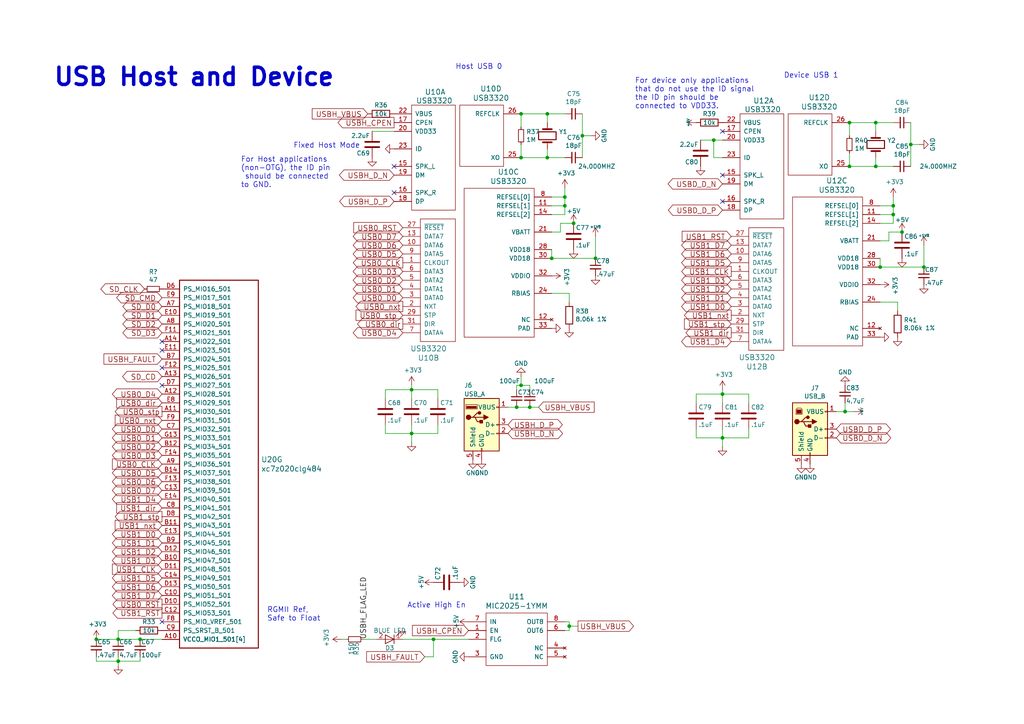
<source format=kicad_sch>
(kicad_sch (version 20230121) (generator eeschema)
  (paper "A4")
  (junction (at 245.11 119.38))
  (junction (at 34.29 191.77))
  (junction (at 119.38 125.73))
  (junction (at 40.64 185.42))
  (junction (at 254 35.56))
  (junction (at 151.13 111.76))
  (junction (at 168.91 39.37))
  (junction (at 259.08 62.23))
  (junction (at 149.86 118.11))
  (junction (at 255.27 77.47))
  (junction (at 119.38 113.03))
  (junction (at 254 48.26))
  (junction (at 246.38 35.56))
  (junction (at 151.13 33.02))
  (junction (at 125.73 185.42))
  (junction (at 261.62 67.31))
  (junction (at 264.16 41.91))
  (junction (at 34.29 185.42))
  (junction (at 209.55 127))
  (junction (at 246.38 48.26))
  (junction (at 259.08 59.69))
  (junction (at 163.83 57.15))
  (junction (at 27.94 185.42))
  (junction (at 207.01 40.64))
  (junction (at 209.55 114.3))
  (junction (at 158.75 33.02))
  (junction (at 165.1 181.61))
  (junction (at 166.37 64.77))
  (junction (at 163.83 59.69))
  (junction (at 172.72 74.93))
  (junction (at 160.02 74.93))
  (junction (at 158.75 45.72))
  (junction (at 267.97 77.47))
  (junction (at 151.13 45.72))
  (junction (at 153.67 118.11))
  (no_connect (at 46.99 111.76))
  (no_connect (at 46.99 101.6))
  (no_connect (at 209.55 38.1))
  (no_connect (at 46.99 180.34))
  (no_connect (at 46.99 99.06))
  (no_connect (at 209.55 50.8))
  (no_connect (at 46.99 106.68))
  (no_connect (at 209.55 58.42))
  (no_connect (at 114.3 55.88))
  (no_connect (at 114.3 48.26))
  (wire (pts (xy 255.27 87.63) (xy 260.35 87.63)))
  (wire (pts (xy 259.08 59.69) (xy 259.08 62.23)))
  (wire (pts (xy 40.64 191.77) (xy 40.64 190.5)))
  (wire (pts (xy 246.38 39.37) (xy 246.38 35.56)))
  (wire (pts (xy 125.73 185.42) (xy 116.84 185.42)))
  (wire (pts (xy 127 115.57) (xy 127 113.03)))
  (wire (pts (xy 254 35.56) (xy 254 38.1)))
  (wire (pts (xy 260.35 87.63) (xy 260.35 90.17)))
  (wire (pts (xy 267.97 71.12) (xy 267.97 77.47)))
  (wire (pts (xy 207.01 45.72) (xy 207.01 40.64)))
  (wire (pts (xy 27.94 191.77) (xy 34.29 191.77)))
  (wire (pts (xy 165.1 85.09) (xy 165.1 87.63)))
  (wire (pts (xy 163.83 182.88) (xy 165.1 182.88)))
  (wire (pts (xy 149.86 111.76) (xy 149.86 113.03)))
  (wire (pts (xy 201.93 124.46) (xy 201.93 127)))
  (wire (pts (xy 100.33 185.42) (xy 99.06 185.42)))
  (wire (pts (xy 264.16 35.56) (xy 264.16 41.91)))
  (wire (pts (xy 34.29 185.42) (xy 40.64 185.42)))
  (wire (pts (xy 209.55 129.54) (xy 209.55 127)))
  (wire (pts (xy 160.02 59.69) (xy 163.83 59.69)))
  (wire (pts (xy 209.55 40.64) (xy 207.01 40.64)))
  (wire (pts (xy 151.13 36.83) (xy 151.13 33.02)))
  (wire (pts (xy 201.93 114.3) (xy 209.55 114.3)))
  (wire (pts (xy 255.27 59.69) (xy 259.08 59.69)))
  (wire (pts (xy 207.01 40.64) (xy 203.2 40.64)))
  (wire (pts (xy 259.08 48.26) (xy 254 48.26)))
  (wire (pts (xy 153.67 111.76) (xy 153.67 113.03)))
  (wire (pts (xy 217.17 116.84) (xy 217.17 114.3)))
  (wire (pts (xy 151.13 109.22) (xy 151.13 111.76)))
  (wire (pts (xy 163.83 45.72) (xy 158.75 45.72)))
  (wire (pts (xy 114.3 38.1) (xy 107.95 38.1)))
  (wire (pts (xy 46.99 185.42) (xy 40.64 185.42)))
  (wire (pts (xy 264.16 41.91) (xy 266.7 41.91)))
  (wire (pts (xy 255.27 69.85) (xy 257.81 69.85)))
  (wire (pts (xy 125.73 190.5) (xy 125.73 185.42)))
  (wire (pts (xy 135.89 185.42) (xy 125.73 185.42)))
  (wire (pts (xy 209.55 127) (xy 217.17 127)))
  (wire (pts (xy 163.83 59.69) (xy 163.83 62.23)))
  (wire (pts (xy 158.75 33.02) (xy 158.75 35.56)))
  (wire (pts (xy 39.37 182.88) (xy 34.29 182.88)))
  (wire (pts (xy 160.02 85.09) (xy 165.1 85.09)))
  (wire (pts (xy 209.55 45.72) (xy 207.01 45.72)))
  (wire (pts (xy 119.38 128.27) (xy 119.38 125.73)))
  (wire (pts (xy 201.93 127) (xy 209.55 127)))
  (wire (pts (xy 160.02 72.39) (xy 160.02 74.93)))
  (wire (pts (xy 245.11 119.38) (xy 247.65 119.38)))
  (wire (pts (xy 254 48.26) (xy 254 45.72)))
  (wire (pts (xy 111.76 125.73) (xy 119.38 125.73)))
  (wire (pts (xy 160.02 57.15) (xy 163.83 57.15)))
  (wire (pts (xy 34.29 182.88) (xy 34.29 185.42)))
  (wire (pts (xy 168.91 39.37) (xy 168.91 45.72)))
  (wire (pts (xy 27.94 190.5) (xy 27.94 191.77)))
  (wire (pts (xy 163.83 62.23) (xy 160.02 62.23)))
  (wire (pts (xy 162.56 64.77) (xy 166.37 64.77)))
  (wire (pts (xy 123.19 190.5) (xy 125.73 190.5)))
  (wire (pts (xy 165.1 180.34) (xy 165.1 181.61)))
  (wire (pts (xy 255.27 77.47) (xy 267.97 77.47)))
  (wire (pts (xy 149.86 118.11) (xy 153.67 118.11)))
  (wire (pts (xy 163.83 54.61) (xy 163.83 57.15)))
  (wire (pts (xy 105.41 185.42) (xy 109.22 185.42)))
  (wire (pts (xy 242.57 119.38) (xy 245.11 119.38)))
  (wire (pts (xy 209.55 114.3) (xy 209.55 116.84)))
  (wire (pts (xy 34.29 191.77) (xy 40.64 191.77)))
  (wire (pts (xy 246.38 48.26) (xy 254 48.26)))
  (wire (pts (xy 245.11 116.84) (xy 245.11 119.38)))
  (wire (pts (xy 168.91 39.37) (xy 171.45 39.37)))
  (wire (pts (xy 158.75 45.72) (xy 158.75 43.18)))
  (wire (pts (xy 119.38 123.19) (xy 119.38 125.73)))
  (wire (pts (xy 160.02 74.93) (xy 172.72 74.93)))
  (wire (pts (xy 172.72 68.58) (xy 172.72 74.93)))
  (wire (pts (xy 254 35.56) (xy 259.08 35.56)))
  (wire (pts (xy 34.29 191.77) (xy 34.29 190.5)))
  (wire (pts (xy 27.94 185.42) (xy 34.29 185.42)))
  (wire (pts (xy 147.32 118.11) (xy 149.86 118.11)))
  (wire (pts (xy 149.86 111.76) (xy 151.13 111.76)))
  (wire (pts (xy 163.83 57.15) (xy 163.83 59.69)))
  (wire (pts (xy 246.38 44.45) (xy 246.38 48.26)))
  (wire (pts (xy 259.08 62.23) (xy 259.08 64.77)))
  (wire (pts (xy 151.13 41.91) (xy 151.13 45.72)))
  (wire (pts (xy 257.81 69.85) (xy 257.81 67.31)))
  (wire (pts (xy 259.08 57.15) (xy 259.08 59.69)))
  (wire (pts (xy 209.55 113.03) (xy 209.55 114.3)))
  (wire (pts (xy 165.1 181.61) (xy 167.64 181.61)))
  (wire (pts (xy 151.13 111.76) (xy 153.67 111.76)))
  (wire (pts (xy 209.55 114.3) (xy 217.17 114.3)))
  (wire (pts (xy 153.67 118.11) (xy 156.21 118.11)))
  (wire (pts (xy 165.1 180.34) (xy 163.83 180.34)))
  (wire (pts (xy 257.81 67.31) (xy 261.62 67.31)))
  (wire (pts (xy 255.27 74.93) (xy 255.27 77.47)))
  (wire (pts (xy 160.02 67.31) (xy 162.56 67.31)))
  (wire (pts (xy 209.55 124.46) (xy 209.55 127)))
  (wire (pts (xy 259.08 64.77) (xy 255.27 64.77)))
  (wire (pts (xy 255.27 62.23) (xy 259.08 62.23)))
  (wire (pts (xy 246.38 35.56) (xy 254 35.56)))
  (wire (pts (xy 151.13 33.02) (xy 158.75 33.02)))
  (wire (pts (xy 127 125.73) (xy 127 123.19)))
  (wire (pts (xy 168.91 33.02) (xy 168.91 39.37)))
  (wire (pts (xy 201.93 116.84) (xy 201.93 114.3)))
  (wire (pts (xy 119.38 113.03) (xy 119.38 115.57)))
  (wire (pts (xy 111.76 113.03) (xy 119.38 113.03)))
  (wire (pts (xy 119.38 111.76) (xy 119.38 113.03)))
  (wire (pts (xy 264.16 41.91) (xy 264.16 48.26)))
  (wire (pts (xy 34.29 191.77) (xy 34.29 193.04)))
  (wire (pts (xy 162.56 67.31) (xy 162.56 64.77)))
  (wire (pts (xy 111.76 115.57) (xy 111.76 113.03)))
  (wire (pts (xy 217.17 127) (xy 217.17 124.46)))
  (wire (pts (xy 111.76 123.19) (xy 111.76 125.73)))
  (wire (pts (xy 119.38 125.73) (xy 127 125.73)))
  (wire (pts (xy 151.13 45.72) (xy 158.75 45.72)))
  (wire (pts (xy 165.1 182.88) (xy 165.1 181.61)))
  (wire (pts (xy 119.38 113.03) (xy 127 113.03)))
  (wire (pts (xy 158.75 33.02) (xy 163.83 33.02)))
  (text "For Host applications \n(non-OTG), the ID pin\n should be connected \nto GND." (at 69.85 54.61 0) (effects (font (size 1.524 1.524)) (justify left bottom)))
  (text "Fixed Host Mode" (at 85.09 43.18 0) (effects (font (size 1.524 1.524)) (justify left bottom)))
  (text "RGMII Ref, \nSafe to Float" (at 77.47 180.34 0) (effects (font (size 1.524 1.524)) (justify left bottom)))
  (text "Device USB 1" (at 227.33 22.86 0) (effects (font (size 1.524 1.524)) (justify left bottom)))
  (text "USB Host and Device" (at 15.24 25.4 0) (effects (font (size 5.0038 5.0038) (thickness 1.0008) bold) (justify left bottom)))
  (text "Host USB 0" (at 132.08 20.32 0) (effects (font (size 1.524 1.524)) (justify left bottom)))
  (text "Active High En" (at 118.11 176.53 0) (effects (font (size 1.524 1.524)) (justify left bottom)))
  (text "For device only applications\nthat do not use the ID signal\nthe ID pin should be \nconnected to VDD33." (at 184.15 31.75 0) (effects (font (size 1.524 1.524)) (justify left bottom)))
  (label "USBH_FLAG_LED" (at 106.68 185.42 90) (effects (font (size 1.524 1.524))))
  (global_label "USBH_VBUS" (shape output) (at 167.64 181.61 0) (effects (font (size 1.524 1.524))) (property "Intersheetrefs" "${INTERSHEET_REFS}" (effects hide)))
  (global_label "USB1_D0" (shape bidirectional) (at 212.09 88.9 180) (effects (font (size 1.524 1.524))) (property "Intersheetrefs" "${INTERSHEET_REFS}" (effects hide)))
  (global_label "USB1_D1" (shape bidirectional) (at 46.99 157.48 180) (effects (font (size 1.524 1.524))) (property "Intersheetrefs" "${INTERSHEET_REFS}" (effects hide)))
  (global_label "USB1_D4" (shape bidirectional) (at 46.99 144.78 180) (effects (font (size 1.524 1.524))) (property "Intersheetrefs" "${INTERSHEET_REFS}" (effects hide)))
  (global_label "USB0_D6" (shape bidirectional) (at 116.84 71.12 180) (effects (font (size 1.524 1.524))) (property "Intersheetrefs" "${INTERSHEET_REFS}" (effects hide)))
  (global_label "USB0_D0" (shape bidirectional) (at 46.99 124.46 180) (effects (font (size 1.524 1.524))) (property "Intersheetrefs" "${INTERSHEET_REFS}" (effects hide)))
  (global_label "SD_D1" (shape bidirectional) (at 46.99 91.44 180) (effects (font (size 1.524 1.524))) (property "Intersheetrefs" "${INTERSHEET_REFS}" (effects hide)))
  (global_label "USBH_D_N" (shape bidirectional) (at 147.32 125.73 0) (effects (font (size 1.524 1.524))) (property "Intersheetrefs" "${INTERSHEET_REFS}" (effects hide)))
  (global_label "USBD_D_P" (shape bidirectional) (at 242.57 124.46 0) (effects (font (size 1.524 1.524))) (property "Intersheetrefs" "${INTERSHEET_REFS}" (effects hide)))
  (global_label "USBH_VBUS" (shape input) (at 156.21 118.11 0) (effects (font (size 1.524 1.524))) (property "Intersheetrefs" "${INTERSHEET_REFS}" (effects hide)))
  (global_label "USBH_FAULT" (shape input) (at 123.19 190.5 180) (effects (font (size 1.524 1.524))) (property "Intersheetrefs" "${INTERSHEET_REFS}" (effects hide)))
  (global_label "USB0_D3" (shape bidirectional) (at 46.99 132.08 180) (effects (font (size 1.524 1.524))) (property "Intersheetrefs" "${INTERSHEET_REFS}" (effects hide)))
  (global_label "USB1_RST" (shape input) (at 212.09 68.58 180) (effects (font (size 1.524 1.524))) (property "Intersheetrefs" "${INTERSHEET_REFS}" (effects hide)))
  (global_label "USB0_D4" (shape bidirectional) (at 46.99 114.3 180) (effects (font (size 1.524 1.524))) (property "Intersheetrefs" "${INTERSHEET_REFS}" (effects hide)))
  (global_label "USB1_stp" (shape output) (at 46.99 149.86 180) (effects (font (size 1.524 1.524))) (property "Intersheetrefs" "${INTERSHEET_REFS}" (effects hide)))
  (global_label "USB1_D2" (shape bidirectional) (at 212.09 83.82 180) (effects (font (size 1.524 1.524))) (property "Intersheetrefs" "${INTERSHEET_REFS}" (effects hide)))
  (global_label "USB0_stp" (shape input) (at 116.84 91.44 180) (effects (font (size 1.524 1.524))) (property "Intersheetrefs" "${INTERSHEET_REFS}" (effects hide)))
  (global_label "USB1_D3" (shape bidirectional) (at 212.09 81.28 180) (effects (font (size 1.524 1.524))) (property "Intersheetrefs" "${INTERSHEET_REFS}" (effects hide)))
  (global_label "USB0_D1" (shape bidirectional) (at 46.99 127 180) (effects (font (size 1.524 1.524))) (property "Intersheetrefs" "${INTERSHEET_REFS}" (effects hide)))
  (global_label "USB0_D4" (shape bidirectional) (at 116.84 96.52 180) (effects (font (size 1.524 1.524))) (property "Intersheetrefs" "${INTERSHEET_REFS}" (effects hide)))
  (global_label "USB0_D0" (shape bidirectional) (at 116.84 86.36 180) (effects (font (size 1.524 1.524))) (property "Intersheetrefs" "${INTERSHEET_REFS}" (effects hide)))
  (global_label "USBH_D_P" (shape bidirectional) (at 114.3 58.42 180) (effects (font (size 1.524 1.524))) (property "Intersheetrefs" "${INTERSHEET_REFS}" (effects hide)))
  (global_label "USBD_D_N" (shape bidirectional) (at 209.55 53.34 180) (effects (font (size 1.524 1.524))) (property "Intersheetrefs" "${INTERSHEET_REFS}" (effects hide)))
  (global_label "USB0_dir" (shape input) (at 46.99 116.84 180) (effects (font (size 1.524 1.524))) (property "Intersheetrefs" "${INTERSHEET_REFS}" (effects hide)))
  (global_label "USB1_D2" (shape bidirectional) (at 46.99 160.02 180) (effects (font (size 1.524 1.524))) (property "Intersheetrefs" "${INTERSHEET_REFS}" (effects hide)))
  (global_label "USB1_dir" (shape output) (at 212.09 96.52 180) (effects (font (size 1.524 1.524))) (property "Intersheetrefs" "${INTERSHEET_REFS}" (effects hide)))
  (global_label "USBH_VBUS" (shape input) (at 106.68 33.02 180) (effects (font (size 1.524 1.524))) (property "Intersheetrefs" "${INTERSHEET_REFS}" (effects hide)))
  (global_label "USB0_D5" (shape bidirectional) (at 116.84 73.66 180) (effects (font (size 1.524 1.524))) (property "Intersheetrefs" "${INTERSHEET_REFS}" (effects hide)))
  (global_label "USB1_dir" (shape input) (at 46.99 147.32 180) (effects (font (size 1.524 1.524))) (property "Intersheetrefs" "${INTERSHEET_REFS}" (effects hide)))
  (global_label "USBD_D_N" (shape bidirectional) (at 242.57 127 0) (effects (font (size 1.524 1.524))) (property "Intersheetrefs" "${INTERSHEET_REFS}" (effects hide)))
  (global_label "USB1_D7" (shape bidirectional) (at 212.09 71.12 180) (effects (font (size 1.524 1.524))) (property "Intersheetrefs" "${INTERSHEET_REFS}" (effects hide)))
  (global_label "USB1_D5" (shape bidirectional) (at 46.99 167.64 180) (effects (font (size 1.524 1.524))) (property "Intersheetrefs" "${INTERSHEET_REFS}" (effects hide)))
  (global_label "USB0_D2" (shape bidirectional) (at 46.99 129.54 180) (effects (font (size 1.524 1.524))) (property "Intersheetrefs" "${INTERSHEET_REFS}" (effects hide)))
  (global_label "USB0_D3" (shape bidirectional) (at 116.84 78.74 180) (effects (font (size 1.524 1.524))) (property "Intersheetrefs" "${INTERSHEET_REFS}" (effects hide)))
  (global_label "USB0_stp" (shape output) (at 46.99 119.38 180) (effects (font (size 1.524 1.524))) (property "Intersheetrefs" "${INTERSHEET_REFS}" (effects hide)))
  (global_label "USB0_D6" (shape bidirectional) (at 46.99 139.7 180) (effects (font (size 1.524 1.524))) (property "Intersheetrefs" "${INTERSHEET_REFS}" (effects hide)))
  (global_label "USB0_nxt" (shape input) (at 46.99 121.92 180) (effects (font (size 1.524 1.524))) (property "Intersheetrefs" "${INTERSHEET_REFS}" (effects hide)))
  (global_label "USBH_CPEN" (shape output) (at 114.3 35.56 180) (effects (font (size 1.524 1.524))) (property "Intersheetrefs" "${INTERSHEET_REFS}" (effects hide)))
  (global_label "USB1_D0" (shape bidirectional) (at 46.99 154.94 180) (effects (font (size 1.524 1.524))) (property "Intersheetrefs" "${INTERSHEET_REFS}" (effects hide)))
  (global_label "USB0_CLK" (shape output) (at 116.84 76.2 180) (effects (font (size 1.524 1.524))) (property "Intersheetrefs" "${INTERSHEET_REFS}" (effects hide)))
  (global_label "USB0_RST" (shape output) (at 46.99 175.26 180) (effects (font (size 1.524 1.524))) (property "Intersheetrefs" "${INTERSHEET_REFS}" (effects hide)))
  (global_label "USB0_D2" (shape bidirectional) (at 116.84 81.28 180) (effects (font (size 1.524 1.524))) (property "Intersheetrefs" "${INTERSHEET_REFS}" (effects hide)))
  (global_label "USBH_D_N" (shape bidirectional) (at 114.3 50.8 180) (effects (font (size 1.524 1.524))) (property "Intersheetrefs" "${INTERSHEET_REFS}" (effects hide)))
  (global_label "USB0_dir" (shape output) (at 116.84 93.98 180) (effects (font (size 1.524 1.524))) (property "Intersheetrefs" "${INTERSHEET_REFS}" (effects hide)))
  (global_label "USB0_D5" (shape bidirectional) (at 46.99 137.16 180) (effects (font (size 1.524 1.524))) (property "Intersheetrefs" "${INTERSHEET_REFS}" (effects hide)))
  (global_label "USBH_D_P" (shape bidirectional) (at 147.32 123.19 0) (effects (font (size 1.524 1.524))) (property "Intersheetrefs" "${INTERSHEET_REFS}" (effects hide)))
  (global_label "USB0_nxt" (shape output) (at 116.84 88.9 180) (effects (font (size 1.524 1.524))) (property "Intersheetrefs" "${INTERSHEET_REFS}" (effects hide)))
  (global_label "USB1_D3" (shape bidirectional) (at 46.99 162.56 180) (effects (font (size 1.524 1.524))) (property "Intersheetrefs" "${INTERSHEET_REFS}" (effects hide)))
  (global_label "USB0_CLK" (shape input) (at 46.99 134.62 180) (effects (font (size 1.524 1.524))) (property "Intersheetrefs" "${INTERSHEET_REFS}" (effects hide)))
  (global_label "USB1_D1" (shape bidirectional) (at 212.09 86.36 180) (effects (font (size 1.524 1.524))) (property "Intersheetrefs" "${INTERSHEET_REFS}" (effects hide)))
  (global_label "SD_D2" (shape bidirectional) (at 46.99 93.98 180) (effects (font (size 1.524 1.524))) (property "Intersheetrefs" "${INTERSHEET_REFS}" (effects hide)))
  (global_label "USB0_D7" (shape bidirectional) (at 46.99 142.24 180) (effects (font (size 1.524 1.524))) (property "Intersheetrefs" "${INTERSHEET_REFS}" (effects hide)))
  (global_label "USB1_D6" (shape bidirectional) (at 46.99 170.18 180) (effects (font (size 1.524 1.524))) (property "Intersheetrefs" "${INTERSHEET_REFS}" (effects hide)))
  (global_label "SD_D3" (shape bidirectional) (at 46.99 96.52 180) (effects (font (size 1.524 1.524))) (property "Intersheetrefs" "${INTERSHEET_REFS}" (effects hide)))
  (global_label "SD_CMD" (shape bidirectional) (at 46.99 86.36 180) (effects (font (size 1.524 1.524))) (property "Intersheetrefs" "${INTERSHEET_REFS}" (effects hide)))
  (global_label "USB1_D6" (shape bidirectional) (at 212.09 73.66 180) (effects (font (size 1.524 1.524))) (property "Intersheetrefs" "${INTERSHEET_REFS}" (effects hide)))
  (global_label "USBH_CPEN" (shape input) (at 135.89 182.88 180) (effects (font (size 1.524 1.524))) (property "Intersheetrefs" "${INTERSHEET_REFS}" (effects hide)))
  (global_label "USB0_D7" (shape bidirectional) (at 116.84 68.58 180) (effects (font (size 1.524 1.524))) (property "Intersheetrefs" "${INTERSHEET_REFS}" (effects hide)))
  (global_label "USB0_D1" (shape bidirectional) (at 116.84 83.82 180) (effects (font (size 1.524 1.524))) (property "Intersheetrefs" "${INTERSHEET_REFS}" (effects hide)))
  (global_label "USB1_D4" (shape bidirectional) (at 212.09 99.06 180) (effects (font (size 1.524 1.524))) (property "Intersheetrefs" "${INTERSHEET_REFS}" (effects hide)))
  (global_label "USB1_nxt" (shape input) (at 46.99 152.4 180) (effects (font (size 1.524 1.524))) (property "Intersheetrefs" "${INTERSHEET_REFS}" (effects hide)))
  (global_label "USB1_D7" (shape bidirectional) (at 46.99 172.72 180) (effects (font (size 1.524 1.524))) (property "Intersheetrefs" "${INTERSHEET_REFS}" (effects hide)))
  (global_label "USB1_CLK" (shape output) (at 212.09 78.74 180) (effects (font (size 1.524 1.524))) (property "Intersheetrefs" "${INTERSHEET_REFS}" (effects hide)))
  (global_label "SD_CD" (shape bidirectional) (at 46.99 109.22 180) (effects (font (size 1.524 1.524))) (property "Intersheetrefs" "${INTERSHEET_REFS}" (effects hide)))
  (global_label "USB1_CLK" (shape input) (at 46.99 165.1 180) (effects (font (size 1.524 1.524))) (property "Intersheetrefs" "${INTERSHEET_REFS}" (effects hide)))
  (global_label "USB1_nxt" (shape output) (at 212.09 91.44 180) (effects (font (size 1.524 1.524))) (property "Intersheetrefs" "${INTERSHEET_REFS}" (effects hide)))
  (global_label "USBD_D_P" (shape bidirectional) (at 209.55 60.96 180) (effects (font (size 1.524 1.524))) (property "Intersheetrefs" "${INTERSHEET_REFS}" (effects hide)))
  (global_label "USB1_D5" (shape bidirectional) (at 212.09 76.2 180) (effects (font (size 1.524 1.524))) (property "Intersheetrefs" "${INTERSHEET_REFS}" (effects hide)))
  (global_label "USBH_FAULT" (shape input) (at 46.99 104.14 180) (effects (font (size 1.524 1.524))) (property "Intersheetrefs" "${INTERSHEET_REFS}" (effects hide)))
  (global_label "SD_D0" (shape bidirectional) (at 46.99 88.9 180) (effects (font (size 1.524 1.524))) (property "Intersheetrefs" "${INTERSHEET_REFS}" (effects hide)))
  (global_label "USB0_RST" (shape input) (at 116.84 66.04 180) (effects (font (size 1.524 1.524))) (property "Intersheetrefs" "${INTERSHEET_REFS}" (effects hide)))
  (global_label "USB1_RST" (shape output) (at 46.99 177.8 180) (effects (font (size 1.524 1.524))) (property "Intersheetrefs" "${INTERSHEET_REFS}" (effects hide)))
  (global_label "USB1_stp" (shape input) (at 212.09 93.98 180) (effects (font (size 1.524 1.524))) (property "Intersheetrefs" "${INTERSHEET_REFS}" (effects hide)))
  (global_label "SD_CLK" (shape bidirectional) (at 41.91 83.82 180) (effects (font (size 1.524 1.524))) (property "Intersheetrefs" "${INTERSHEET_REFS}" (effects hide)))
  (symbol (lib_id "power:+5V") (at 135.89 180.34 90) (unit 1)
    (property "Reference" "#PWR0110" (effects hide))
    (property "Value" "+5V" (at 132.334 180.34 0))
  )
  (symbol (lib_id "power:GND") (at 135.89 190.5 270) (unit 1)
    (property "Reference" "#PWR0111" (effects hide))
    (property "Value" "GND" (at 132.08 190.5 0))
  )
  (symbol (lib_id "DFTBoard-rescue:USB_A-") (at 139.7 123.19 0) (unit 1)
    (property "Reference" "J6" (at 134.62 111.76 0) (effects (justify left)))
    (property "Value" "USB_A" (at 134.62 114.3 0) (effects (justify left)))
    (property "Footprint" "DFTcustom:USB-A-Receptacle-FCI_87583" (effects hide))
    (property "MFR" "Amphenol ICC" (effects hide))
    (property "MPN" "87583-2010RLF" (effects hide))
    (property "SPR" "Digikey" (effects hide))
    (property "SPN" "609-5390-1-ND" (effects hide))
    (property "SPURL" "-" (effects hide))
  )
  (symbol (lib_id "power:GND") (at 137.16 133.35 0) (unit 1)
    (property "Reference" "#PWR0112" (effects hide))
    (property "Value" "GND" (at 137.16 137.16 0))
  )
  (symbol (lib_id "power:GND") (at 139.7 133.35 0) (unit 1)
    (property "Reference" "#PWR0113" (effects hide))
    (property "Value" "GND" (at 139.7 137.16 0))
  )
  (symbol (lib_id "Microchip:USB3320") (at 119.38 60.96 0) (unit 1)
    (property "Reference" "U10" (at 123.19 26.67 0) (effects (font (size 1.524 1.524)) (justify left)))
    (property "Value" "USB3320" (at 120.65 29.21 0) (effects (font (size 1.524 1.524)) (justify left)))
    (property "Footprint" "Package_DFN_QFN:QFN-32-1EP_5x5mm_P0.5mm_EP3.1x3.1mm" (effects hide))
    (property "Manufacturer" "Microchip" (effects hide))
    (property "MFR" "Microchip Technology" (effects hide))
    (property "MPN" "USB3320C-EZK-TR" (effects hide))
    (property "SPR" "Digikey" (effects hide))
    (property "SPN" "USB3320C-EZK-CT-NDs" (effects hide))
    (property "SPURL" "-" (effects hide))
  )
  (symbol (lib_id "Microchip:USB3320") (at 132.08 63.5 180) (unit 2)
    (property "Reference" "U10" (at 124.3076 103.8098 0) (effects (font (size 1.524 1.524))))
    (property "Value" "USB3320" (at 124.3076 101.1174 0) (effects (font (size 1.524 1.524))))
    (property "Footprint" "Package_DFN_QFN:QFN-32-1EP_5x5mm_P0.5mm_EP3.1x3.1mm" (effects hide))
    (property "Manufacturer" "Microchip" (effects hide))
    (property "MFR" "Microchip Technology" (effects hide))
    (property "MPN" "USB3320C-EZK-TR" (effects hide))
    (property "SPR" "Digikey" (effects hide))
    (property "SPN" "USB3320C-EZK-CT-NDs" (effects hide))
    (property "SPURL" "-" (effects hide))
  )
  (symbol (lib_id "Microchip:USB3320") (at 134.62 97.79 0) (unit 3)
    (property "Reference" "U10" (at 147.4724 49.8602 0) (effects (font (size 1.524 1.524))))
    (property "Value" "USB3320" (at 147.4724 52.5526 0) (effects (font (size 1.524 1.524))))
    (property "Footprint" "Package_DFN_QFN:QFN-32-1EP_5x5mm_P0.5mm_EP3.1x3.1mm" (effects hide))
    (property "Manufacturer" "Microchip" (effects hide))
    (property "MFR" "Microchip Technology" (effects hide))
    (property "MPN" "USB3320C-EZK-TR" (effects hide))
    (property "SPR" "Digikey" (effects hide))
    (property "SPN" "USB3320C-EZK-CT-NDs" (effects hide))
    (property "SPURL" "-" (effects hide))
  )
  (symbol (lib_id "Microchip:USB3320") (at 133.35 48.26 0) (unit 4)
    (property "Reference" "U10" (at 142.3924 25.7302 0) (effects (font (size 1.524 1.524))))
    (property "Value" "USB3320" (at 142.3924 28.4226 0) (effects (font (size 1.524 1.524))))
    (property "Footprint" "Package_DFN_QFN:QFN-32-1EP_5x5mm_P0.5mm_EP3.1x3.1mm" (effects hide))
    (property "Manufacturer" "Microchip" (effects hide))
    (property "MFR" "Microchip Technology" (effects hide))
    (property "MPN" "USB3320C-EZK-TR" (effects hide))
    (property "SPR" "Digikey" (effects hide))
    (property "SPN" "USB3320C-EZK-CT-NDs" (effects hide))
    (property "SPURL" "-" (effects hide))
  )
  (symbol (lib_id "power:+3V3") (at 163.83 54.61 0) (unit 1)
    (property "Reference" "#PWR0117" (effects hide))
    (property "Value" "+3.3V" (at 164.211 50.2158 0))
  )
  (symbol (lib_id "power:+5V") (at 166.37 64.77 0) (unit 1)
    (property "Reference" "#PWR0119" (effects hide))
    (property "Value" "+5V" (at 166.37 61.214 0))
  )
  (symbol (lib_id "power:GND") (at 166.37 72.39 0) (unit 1)
    (property "Reference" "#PWR0120" (effects hide))
    (property "Value" "GND" (effects hide))
  )
  (symbol (lib_id "Device:C_Small") (at 172.72 77.47 0) (unit 1)
    (property "Reference" "C78" (at 172.974 75.692 0) (effects (justify left)))
    (property "Value" ".47uF" (at 172.974 79.502 0) (effects (justify left)))
    (property "Footprint" "Capacitor_SMD:C_0402_1005Metric" (effects hide))
    (property "MFR" "Yageo" (effects hide))
    (property "MPN" "CC0402KRX5R5BB474" (effects hide))
    (property "SPR" "Digikey" (effects hide))
    (property "SPN" "311-1684-1-ND" (effects hide))
    (instances (project "DFTBoard" (path "" (reference "C78") (unit 1)) (path "" (reference "C?") (unit 1))))
  )
  (symbol (lib_id "power:GND") (at 172.72 80.01 0) (unit 1)
    (property "Reference" "#PWR0123" (effects hide))
    (property "Value" "GND" (effects hide))
  )
  (symbol (lib_id "power:+1V8") (at 172.72 68.58 0) (unit 1)
    (property "Reference" "#PWR0122" (effects hide))
    (property "Value" "+1.8V" (at 172.72 65.786 0) (effects (font (size 0.762 0.762))))
  )
  (symbol (lib_id "power:+3V3") (at 160.02 80.01 270) (unit 1)
    (property "Reference" "#PWR0115" (effects hide))
    (property "Value" "+3.3V" (at 164.4142 80.391 0))
  )
  (symbol (lib_id "power:GND") (at 114.3 43.18 270) (unit 1)
    (property "Reference" "#PWR0107" (effects hide))
    (property "Value" "GND" (effects hide))
  )
  (symbol (lib_id "Device:C") (at 107.95 41.91 180) (unit 1)
    (property "Reference" "C69" (at 107.315 44.45 0) (effects (justify left)))
    (property "Value" "2.2uF" (at 107.315 39.37 0) (effects (justify left)))
    (property "Footprint" "Capacitor_SMD:C_0402_1005Metric" (effects hide))
    (property "MFR" "Murata" (effects hide))
    (property "MPN" "GRM155R61A225KE95D" (effects hide))
    (property "SPR" "Digikey" (effects hide))
    (property "SPN" "490-10451-1-ND" (effects hide))
    (instances (project "DFTBoard" (path "" (reference "C69") (unit 1)) (path "" (reference "C?") (unit 1))))
  )
  (symbol (lib_id "power:GND") (at 107.95 45.72 0) (unit 1)
    (property "Reference" "#PWR0104" (effects hide))
    (property "Value" "GND" (effects hide))
  )
  (symbol (lib_id "Device:R") (at 110.49 33.02 270) (unit 1)
    (property "Reference" "R36" (at 110.49 30.48 90))
    (property "Value" "10k" (at 110.49 33.02 90))
    (property "Footprint" "Resistor_SMD:R_0402_1005Metric" (effects hide))
    (property "MFR" "Yageo" (effects hide))
    (property "MPN" "RC0402FR-0710KL" (effects hide))
    (property "SPR" "Digikey" (effects hide))
    (property "SPN" "311-10.0KLRTR-ND" (effects hide))
    (instances (project "DFTBoard" (path "" (reference "R36") (unit 1)) (path "" (reference "R?") (unit 1))))
  )
  (symbol (lib_id "power:GND") (at 160.02 95.25 90) (unit 1)
    (property "Reference" "#PWR0116" (effects hide))
    (property "Value" "GND" (effects hide))
  )
  (symbol (lib_id "Device:R") (at 165.1 91.44 0) (unit 1)
    (property "Reference" "R38" (at 166.878 90.2716 0) (effects (justify left)))
    (property "Value" "8.06k 1%" (at 166.878 92.583 0) (effects (justify left)))
    (property "Footprint" "Resistor_SMD:R_0402_1005Metric" (effects hide))
    (property "MFR" "Yageo" (effects hide))
    (property "MPN" "RC0402FR-078K06L" (effects hide))
    (property "SPR" "Digikey" (effects hide))
    (property "SPN" "311-8.06KLRTR-ND" (effects hide))
    (property "SPURL" "-" (effects hide))
  )
  (symbol (lib_id "power:GND") (at 165.1 95.25 0) (unit 1)
    (property "Reference" "#PWR0118" (effects hide))
    (property "Value" "GND" (effects hide))
  )
  (symbol (lib_id "Device:Crystal") (at 158.75 39.37 270) (unit 1)
    (property "Reference" "Y1" (at 162.0774 38.2016 90) (effects (justify left)))
    (property "Value" "24.000MHZ" (at 167.64 48.26 90) (effects (justify left)))
    (property "Footprint" "ABM3-12.000MHZ-B2-T:XTAL500X320X130N" (effects hide))
    (property "MFR" "Abracon LLC" (effects hide))
    (property "MPN" "ABM3-24.000MHZ-D2Y-T" (effects hide))
    (property "SPR" "DigiKey" (effects hide))
    (property "SPN" "535-10643-2-ND" (effects hide))
    (property "SPURL" "-" (effects hide))
  )
  (symbol (lib_id "Device:C_Small") (at 166.37 45.72 270) (unit 1)
    (property "Reference" "C76" (at 166.37 39.9034 90))
    (property "Value" "18pF" (at 166.37 42.2148 90))
    (property "Footprint" "Capacitor_SMD:C_0402_1005Metric" (effects hide))
    (property "MFR" "Murata" (effects hide))
    (property "MPN" "GCM1555C1H180JA16D" (effects hide))
    (property "SPR" "Digikey" (effects hide))
    (property "SPN" "490-12650-1-ND" (effects hide))
    (property "SPURL" "-" (effects hide))
  )
  (symbol (lib_id "Device:C_Small") (at 166.37 33.02 270) (unit 1)
    (property "Reference" "C75" (at 166.37 27.2034 90))
    (property "Value" "18pF" (at 166.37 29.5148 90))
    (property "Footprint" "Capacitor_SMD:C_0402_1005Metric" (effects hide))
    (property "MFR" "Murata" (effects hide))
    (property "MPN" "GCM1555C1H180JA16D" (effects hide))
    (property "SPR" "Digikey" (effects hide))
    (property "SPN" "490-12650-1-ND" (effects hide))
    (property "SPURL" "-" (effects hide))
  )
  (symbol (lib_id "power:GND") (at 171.45 39.37 90) (unit 1)
    (property "Reference" "#PWR0121" (effects hide))
    (property "Value" "GND" (at 175.26 39.37 0))
  )
  (symbol (lib_id "Device:C") (at 111.76 119.38 0) (unit 1)
    (property "Reference" "C68" (at 112.395 116.84 0) (effects (justify left)))
    (property "Value" ".1uF" (at 112.395 121.92 0) (effects (justify left)))
    (property "Footprint" "Capacitor_SMD:C_0402_1005Metric" (effects hide))
    (property "MFR" "Yageo" (effects hide))
    (property "MPN" "CC0402KRX7R6BB104" (effects hide))
    (property "SPR" "Digikey" (effects hide))
    (property "SPN" "311-1345-1-ND" (effects hide))
    (instances (project "DFTBoard" (path "" (reference "C68") (unit 1)) (path "" (reference "C?") (unit 1))))
  )
  (symbol (lib_id "Device:C") (at 119.38 119.38 0) (unit 1)
    (property "Reference" "C70" (at 120.015 116.84 0) (effects (justify left)))
    (property "Value" ".1uF" (at 120.015 121.92 0) (effects (justify left)))
    (property "Footprint" "Capacitor_SMD:C_0402_1005Metric" (effects hide))
    (property "MFR" "Yageo" (effects hide))
    (property "MPN" "CC0402KRX7R6BB104" (effects hide))
    (property "SPR" "Digikey" (effects hide))
    (property "SPN" "311-1345-1-ND" (effects hide))
    (instances (project "DFTBoard" (path "" (reference "C70") (unit 1)) (path "" (reference "C?") (unit 1))))
  )
  (symbol (lib_id "Device:C") (at 127 119.38 0) (unit 1)
    (property "Reference" "C71" (at 127.635 116.84 0) (effects (justify left)))
    (property "Value" ".1uF" (at 127.635 121.92 0) (effects (justify left)))
    (property "Footprint" "Capacitor_SMD:C_0402_1005Metric" (effects hide))
    (property "MFR" "Yageo" (effects hide))
    (property "MPN" "CC0402KRX7R6BB104" (effects hide))
    (property "SPR" "Digikey" (effects hide))
    (property "SPN" "311-1345-1-ND" (effects hide))
    (instances (project "DFTBoard" (path "" (reference "C71") (unit 1)) (path "" (reference "C?") (unit 1))))
  )
  (symbol (lib_id "power:+3V3") (at 119.38 111.76 0) (unit 1)
    (property "Reference" "#PWR0105" (effects hide))
    (property "Value" "+3.3V" (at 119.761 107.3658 0))
  )
  (symbol (lib_id "power:GND") (at 119.38 128.27 0) (unit 1)
    (property "Reference" "#PWR0106" (effects hide))
    (property "Value" "GND" (effects hide))
  )
  (symbol (lib_id "Device:C") (at 166.37 68.58 0) (unit 1)
    (property "Reference" "C77" (at 167.005 66.04 0) (effects (justify left)))
    (property "Value" ".1uF" (at 167.005 71.12 0) (effects (justify left)))
    (property "Footprint" "Capacitor_SMD:C_0402_1005Metric" (effects hide))
    (property "MFR" "Yageo" (effects hide))
    (property "MPN" "CC0402KRX7R6BB104" (effects hide))
    (property "SPR" "Digikey" (effects hide))
    (property "SPN" "311-1345-1-ND" (effects hide))
    (instances (project "DFTBoard" (path "" (reference "C77") (unit 1)) (path "" (reference "C?") (unit 1))))
  )
  (symbol (lib_id "Device:R_Small") (at 151.13 39.37 0) (unit 1)
    (property "Reference" "R37" (at 152.6286 38.2016 0) (effects (justify left)))
    (property "Value" "1M" (at 152.6286 40.513 0) (effects (justify left)))
    (property "Footprint" "Resistor_SMD:R_0402_1005Metric" (effects hide))
    (property "MFR" "Yageo" (effects hide))
    (property "MPN" "RC0402FR-071ML" (effects hide))
    (property "SPR" "Digikey" (effects hide))
    (property "SPN" "311-1.00MLRCT-ND" (effects hide))
    (property "SPURL" "-" (effects hide))
  )
  (symbol (lib_id "Micrel:MIC2025-1YMM") (at 140.97 193.04 0) (unit 1)
    (property "Reference" "U11" (at 149.86 173.0502 0) (effects (font (size 1.524 1.524))))
    (property "Value" "MIC2025-1YMM" (at 149.86 175.7426 0) (effects (font (size 1.524 1.524))))
    (property "Footprint" "SOP65P490X110-8N:SOP65P490X110-8N" (effects hide))
    (property "MFR" "Microchip" (effects hide))
    (property "MPN" "MIC2025-1YMM-TR" (effects hide))
    (property "SPR" "Digikey" (effects hide))
    (property "SPN" "MIC2025-1YMM-CT-ND" (effects hide))
    (property "SPURL" "-" (effects hide))
  )
  (symbol (lib_id "DFTBoard-rescue:LED-") (at 113.03 185.42 180) (unit 1)
    (property "Reference" "D3" (at 113.03 187.96 0))
    (property "Value" "BLUE LED" (at 113.03 182.88 0))
    (property "Footprint" "Capacitor_SMD:C_0603_1608Metric" (effects hide))
    (property "MFR" "Vishay Semiconductors" (effects hide))
    (property "MPN" "VLMB1300-GS08" (effects hide))
    (property "SPR" "Digikey" (effects hide))
    (property "SPN" "VLMB1300-GS08CT-ND" (effects hide))
  )
  (symbol (lib_id "Device:R_Small") (at 102.87 185.42 270) (unit 1)
    (property "Reference" "R35" (at 103.378 186.182 0) (effects (justify left)))
    (property "Value" "150" (at 101.854 186.182 0) (effects (justify left)))
    (property "Footprint" "Resistor_SMD:R_0402_1005Metric" (effects hide))
    (property "MFR" "Yageo" (effects hide))
    (property "MPN" "RC0402FR-07150RL" (effects hide))
    (property "SPR" "Digikey" (effects hide))
    (property "SPN" "311-150LRTR-ND" (effects hide))
  )
  (symbol (lib_id "power:+5V") (at 125.73 168.91 90) (unit 1)
    (property "Reference" "#PWR0108" (effects hide))
    (property "Value" "+5V" (at 122.174 168.91 0))
  )
  (symbol (lib_id "Device:C") (at 129.54 168.91 90) (unit 1)
    (property "Reference" "C72" (at 127 168.275 0) (effects (justify left)))
    (property "Value" ".1uF" (at 132.08 168.275 0) (effects (justify left)))
    (property "Footprint" "Capacitor_SMD:C_0402_1005Metric" (effects hide))
    (property "MFR" "Yageo" (effects hide))
    (property "MPN" "CC0402KRX7R6BB104" (effects hide))
    (property "SPR" "Digikey" (effects hide))
    (property "SPN" "311-1345-1-ND" (effects hide))
    (instances (project "DFTBoard" (path "" (reference "C72") (unit 1)) (path "" (reference "C?") (unit 1))))
  )
  (symbol (lib_id "power:GND") (at 133.35 168.91 90) (unit 1)
    (property "Reference" "#PWR0109" (effects hide))
    (property "Value" "GND" (at 137.16 168.91 0))
  )
  (symbol (lib_id "Connector:USB_B") (at 234.95 124.46 0) (unit 1)
    (property "Reference" "J7" (at 236.347 112.5982 0))
    (property "Value" "USB_B" (at 236.347 114.9096 0))
    (property "Footprint" "Connector_USB:USB_B_OST_USB-B1HSxx_Horizontal" (effects hide))
    (property "Datasheet" " ~" (effects hide))
    (property "MFR" "On Shore Technology" (effects hide))
    (property "MPN" "USB-B1HSW6" (effects hide))
    (property "SPR" "Digikey" (effects hide))
    (property "SPN" "ED2982-ND" (effects hide))
    (property "SPURL" "-" (effects hide))
  )
  (symbol (lib_id "Microchip:USB3320") (at 214.63 63.5 0) (unit 1)
    (property "Reference" "U12" (at 218.44 29.21 0) (effects (font (size 1.524 1.524)) (justify left)))
    (property "Value" "USB3320" (at 215.9 31.75 0) (effects (font (size 1.524 1.524)) (justify left)))
    (property "Footprint" "Package_DFN_QFN:QFN-32-1EP_5x5mm_P0.5mm_EP3.1x3.1mm" (effects hide))
    (property "Manufacturer" "Microchip" (effects hide))
    (property "MFR" "Microchip Technology" (effects hide))
    (property "MPN" "USB3320C-EZK-TR" (effects hide))
    (property "SPR" "Digikey" (effects hide))
    (property "SPN" "USB3320C-EZK-CT-NDs" (effects hide))
    (property "SPURL" "-" (effects hide))
  )
  (symbol (lib_id "Microchip:USB3320") (at 227.33 66.04 180) (unit 2)
    (property "Reference" "U12" (at 219.5576 106.3498 0) (effects (font (size 1.524 1.524))))
    (property "Value" "USB3320" (at 219.5576 103.6574 0) (effects (font (size 1.524 1.524))))
    (property "Footprint" "Package_DFN_QFN:QFN-32-1EP_5x5mm_P0.5mm_EP3.1x3.1mm" (effects hide))
    (property "Manufacturer" "Microchip" (effects hide))
    (property "MFR" "Microchip Technology" (effects hide))
    (property "MPN" "USB3320C-EZK-TR" (effects hide))
    (property "SPR" "Digikey" (effects hide))
    (property "SPN" "USB3320C-EZK-CT-NDs" (effects hide))
    (property "SPURL" "-" (effects hide))
  )
  (symbol (lib_id "Microchip:USB3320") (at 229.87 100.33 0) (unit 3)
    (property "Reference" "U12" (at 242.7224 52.4002 0) (effects (font (size 1.524 1.524))))
    (property "Value" "USB3320" (at 242.7224 55.0926 0) (effects (font (size 1.524 1.524))))
    (property "Footprint" "Package_DFN_QFN:QFN-32-1EP_5x5mm_P0.5mm_EP3.1x3.1mm" (effects hide))
    (property "Manufacturer" "Microchip" (effects hide))
    (property "MFR" "Microchip Technology" (effects hide))
    (property "MPN" "USB3320C-EZK-TR" (effects hide))
    (property "SPR" "Digikey" (effects hide))
    (property "SPN" "USB3320C-EZK-CT-NDs" (effects hide))
    (property "SPURL" "-" (effects hide))
  )
  (symbol (lib_id "Microchip:USB3320") (at 228.6 50.8 0) (unit 4)
    (property "Reference" "U12" (at 237.6424 28.2702 0) (effects (font (size 1.524 1.524))))
    (property "Value" "USB3320" (at 237.6424 30.9626 0) (effects (font (size 1.524 1.524))))
    (property "Footprint" "Package_DFN_QFN:QFN-32-1EP_5x5mm_P0.5mm_EP3.1x3.1mm" (effects hide))
    (property "Manufacturer" "Microchip" (effects hide))
    (property "MFR" "Microchip Technology" (effects hide))
    (property "MPN" "USB3320C-EZK-TR" (effects hide))
    (property "SPR" "Digikey" (effects hide))
    (property "SPN" "USB3320C-EZK-CT-NDs" (effects hide))
    (property "SPURL" "-" (effects hide))
  )
  (symbol (lib_id "power:+3V3") (at 259.08 57.15 0) (unit 1)
    (property "Reference" "#PWR0132" (effects hide))
    (property "Value" "+3.3V" (at 259.461 52.7558 0))
  )
  (symbol (lib_id "power:+5V") (at 261.62 67.31 0) (unit 1)
    (property "Reference" "#PWR0134" (effects hide))
    (property "Value" "+5V" (at 261.62 63.754 0))
  )
  (symbol (lib_id "power:GND") (at 261.62 74.93 0) (unit 1)
    (property "Reference" "#PWR0135" (effects hide))
    (property "Value" "GND" (effects hide))
  )
  (symbol (lib_id "Device:C_Small") (at 267.97 80.01 0) (unit 1)
    (property "Reference" "C87" (at 268.224 78.232 0) (effects (justify left)))
    (property "Value" ".47uF" (at 268.224 82.042 0) (effects (justify left)))
    (property "Footprint" "Capacitor_SMD:C_0402_1005Metric" (effects hide))
    (property "MFR" "Yageo" (effects hide))
    (property "MPN" "CC0402KRX5R5BB474" (effects hide))
    (property "SPR" "Digikey" (effects hide))
    (property "SPN" "311-1684-1-ND" (effects hide))
    (instances (project "DFTBoard" (path "" (reference "C87") (unit 1)) (path "" (reference "C?") (unit 1))))
  )
  (symbol (lib_id "power:GND") (at 267.97 82.55 0) (unit 1)
    (property "Reference" "#PWR0138" (effects hide))
    (property "Value" "GND" (effects hide))
  )
  (symbol (lib_id "power:+1V8") (at 267.97 71.12 0) (unit 1)
    (property "Reference" "#PWR0137" (effects hide))
    (property "Value" "+1.8V" (at 267.97 68.326 0) (effects (font (size 0.762 0.762))))
  )
  (symbol (lib_id "power:+3V3") (at 255.27 82.55 270) (unit 1)
    (property "Reference" "#PWR0130" (effects hide))
    (property "Value" "+3.3V" (at 259.6642 82.931 0))
  )
  (symbol (lib_id "Device:C") (at 203.2 44.45 180) (unit 1)
    (property "Reference" "C80" (at 202.565 46.99 0) (effects (justify left)))
    (property "Value" "2.2uF" (at 202.565 41.91 0) (effects (justify left)))
    (property "Footprint" "Capacitor_SMD:C_0402_1005Metric" (effects hide))
    (property "MFR" "Murata" (effects hide))
    (property "MPN" "GRM155R61A225KE95D" (effects hide))
    (property "SPR" "Digikey" (effects hide))
    (property "SPN" "490-10451-1-ND" (effects hide))
    (instances (project "DFTBoard" (path "" (reference "C80") (unit 1)) (path "" (reference "C?") (unit 1))))
  )
  (symbol (lib_id "power:GND") (at 203.2 48.26 0) (unit 1)
    (property "Reference" "#PWR0124" (effects hide))
    (property "Value" "GND" (effects hide))
  )
  (symbol (lib_id "Device:R") (at 205.74 35.56 270) (unit 1)
    (property "Reference" "R39" (at 205.74 33.02 90))
    (property "Value" "10k" (at 205.74 35.56 90))
    (property "Footprint" "Resistor_SMD:R_0402_1005Metric" (effects hide))
    (property "MFR" "Yageo" (effects hide))
    (property "MPN" "RC0402FR-0710KL" (effects hide))
    (property "SPR" "Digikey" (effects hide))
    (property "SPN" "311-10.0KLRTR-ND" (effects hide))
    (instances (project "DFTBoard" (path "" (reference "R39") (unit 1)) (path "" (reference "R?") (unit 1))))
  )
  (symbol (lib_id "power:GND") (at 255.27 97.79 90) (unit 1)
    (property "Reference" "#PWR0131" (effects hide))
    (property "Value" "GND" (effects hide))
  )
  (symbol (lib_id "Device:R") (at 260.35 93.98 0) (unit 1)
    (property "Reference" "R41" (at 262.128 92.8116 0) (effects (justify left)))
    (property "Value" "8.06k 1%" (at 262.128 95.123 0) (effects (justify left)))
    (property "Footprint" "Resistor_SMD:R_0402_1005Metric" (effects hide))
    (property "MFR" "Yageo" (effects hide))
    (property "MPN" "RC0402FR-078K06L" (effects hide))
    (property "SPR" "Digikey" (effects hide))
    (property "SPN" "311-8.06KLRTR-ND" (effects hide))
    (property "SPURL" "-" (effects hide))
  )
  (symbol (lib_id "power:GND") (at 260.35 97.79 0) (unit 1)
    (property "Reference" "#PWR0133" (effects hide))
    (property "Value" "GND" (effects hide))
  )
  (symbol (lib_id "Device:Crystal") (at 254 41.91 270) (unit 1)
    (property "Reference" "Y2" (at 257.3274 40.7416 90) (effects (justify left)))
    (property "Value" "24.000MHZ" (at 266.7 48.26 90) (effects (justify left)))
    (property "Footprint" "ABM3-12.000MHZ-B2-T:XTAL500X320X130N" (effects hide))
    (property "MFR" "Abracon LLC" (effects hide))
    (property "MPN" "ABM3-24.000MHZ-D2Y-T" (effects hide))
    (property "SPR" "DigiKey" (effects hide))
    (property "SPN" "535-10643-2-ND" (effects hide))
    (property "SPURL" "-" (effects hide))
  )
  (symbol (lib_id "Device:C_Small") (at 261.62 48.26 270) (unit 1)
    (property "Reference" "C85" (at 261.62 42.4434 90))
    (property "Value" "18pF" (at 261.62 44.7548 90))
    (property "Footprint" "Capacitor_SMD:C_0402_1005Metric" (effects hide))
    (property "MFR" "Murata" (effects hide))
    (property "MPN" "GCM1555C1H180JA16D" (effects hide))
    (property "SPR" "Digikey" (effects hide))
    (property "SPN" "490-12650-1-ND" (effects hide))
    (property "SPURL" "-" (effects hide))
  )
  (symbol (lib_id "Device:C_Small") (at 261.62 35.56 270) (unit 1)
    (property "Reference" "C84" (at 261.62 29.7434 90))
    (property "Value" "18pF" (at 261.62 32.0548 90))
    (property "Footprint" "Capacitor_SMD:C_0402_1005Metric" (effects hide))
    (property "MFR" "Murata" (effects hide))
    (property "MPN" "GCM1555C1H180JA16D" (effects hide))
    (property "SPR" "Digikey" (effects hide))
    (property "SPN" "490-12650-1-ND" (effects hide))
    (property "SPURL" "-" (effects hide))
  )
  (symbol (lib_id "power:GND") (at 266.7 41.91 90) (unit 1)
    (property "Reference" "#PWR0136" (effects hide))
    (property "Value" "GND" (at 270.51 41.91 0))
  )
  (symbol (lib_id "Device:C") (at 201.93 120.65 0) (unit 1)
    (property "Reference" "C79" (at 202.565 118.11 0) (effects (justify left)))
    (property "Value" ".1uF" (at 202.565 123.19 0) (effects (justify left)))
    (property "Footprint" "Capacitor_SMD:C_0402_1005Metric" (effects hide))
    (property "MFR" "Yageo" (effects hide))
    (property "MPN" "CC0402KRX7R6BB104" (effects hide))
    (property "SPR" "Digikey" (effects hide))
    (property "SPN" "311-1345-1-ND" (effects hide))
    (instances (project "DFTBoard" (path "" (reference "C79") (unit 1)) (path "" (reference "C?") (unit 1))))
  )
  (symbol (lib_id "Device:C") (at 209.55 120.65 0) (unit 1)
    (property "Reference" "C81" (at 210.185 118.11 0) (effects (justify left)))
    (property "Value" ".1uF" (at 210.185 123.19 0) (effects (justify left)))
    (property "Footprint" "Capacitor_SMD:C_0402_1005Metric" (effects hide))
    (property "MFR" "Yageo" (effects hide))
    (property "MPN" "CC0402KRX7R6BB104" (effects hide))
    (property "SPR" "Digikey" (effects hide))
    (property "SPN" "311-1345-1-ND" (effects hide))
    (instances (project "DFTBoard" (path "" (reference "C81") (unit 1)) (path "" (reference "C?") (unit 1))))
  )
  (symbol (lib_id "Device:C") (at 217.17 120.65 0) (unit 1)
    (property "Reference" "C82" (at 217.805 118.11 0) (effects (justify left)))
    (property "Value" ".1uF" (at 217.805 123.19 0) (effects (justify left)))
    (property "Footprint" "Capacitor_SMD:C_0402_1005Metric" (effects hide))
    (property "MFR" "Yageo" (effects hide))
    (property "MPN" "CC0402KRX7R6BB104" (effects hide))
    (property "SPR" "Digikey" (effects hide))
    (property "SPN" "311-1345-1-ND" (effects hide))
    (instances (project "DFTBoard" (path "" (reference "C82") (unit 1)) (path "" (reference "C?") (unit 1))))
  )
  (symbol (lib_id "power:+3V3") (at 209.55 113.03 0) (unit 1)
    (property "Reference" "#PWR0125" (effects hide))
    (property "Value" "+3.3V" (at 209.931 108.6358 0))
  )
  (symbol (lib_id "power:GND") (at 209.55 129.54 0) (unit 1)
    (property "Reference" "#PWR0126" (effects hide))
    (property "Value" "GND" (effects hide))
  )
  (symbol (lib_id "Device:C") (at 261.62 71.12 0) (unit 1)
    (property "Reference" "C86" (at 262.255 68.58 0) (effects (justify left)))
    (property "Value" ".1uF" (at 262.255 73.66 0) (effects (justify left)))
    (property "Footprint" "Capacitor_SMD:C_0402_1005Metric" (effects hide))
    (property "MFR" "Yageo" (effects hide))
    (property "MPN" "CC0402KRX7R6BB104" (effects hide))
    (property "SPR" "Digikey" (effects hide))
    (property "SPN" "311-1345-1-ND" (effects hide))
    (instances (project "DFTBoard" (path "" (reference "C86") (unit 1)) (path "" (reference "C?") (unit 1))))
  )
  (symbol (lib_id "Device:R_Small") (at 246.38 41.91 0) (unit 1)
    (property "Reference" "R40" (at 247.8786 40.7416 0) (effects (justify left)))
    (property "Value" "1M" (at 247.8786 43.053 0) (effects (justify left)))
    (property "Footprint" "Resistor_SMD:R_0402_1005Metric" (effects hide))
    (property "MFR" "Yageo" (effects hide))
    (property "MPN" "RC0402FR-071ML" (effects hide))
    (property "SPR" "Digikey" (effects hide))
    (property "SPN" "311-1.00MLRCT-ND" (effects hide))
    (property "SPURL" "-" (effects hide))
  )
  (symbol (lib_id "Device:R") (at 43.18 182.88 270) (unit 1)
    (property "Reference" "R33" (at 43.18 180.34 90))
    (property "Value" "10k" (at 43.18 182.88 90))
    (property "Footprint" "Resistor_SMD:R_0402_1005Metric" (effects hide))
    (property "MFR" "Yageo" (effects hide))
    (property "MPN" "RC0402FR-0710KL" (effects hide))
    (property "SPR" "Digikey" (effects hide))
    (property "SPN" "311-10.0KLRTR-ND" (effects hide))
    (instances (project "DFTBoard" (path "" (reference "R33") (unit 1)) (path "" (reference "R?") (unit 1))))
  )
  (symbol (lib_id "power:GND") (at 232.41 134.62 0) (unit 1)
    (property "Reference" "#PWR0127" (effects hide))
    (property "Value" "GND" (at 232.41 138.43 0))
  )
  (symbol (lib_id "power:GND") (at 234.95 134.62 0) (unit 1)
    (property "Reference" "#PWR0128" (effects hide))
    (property "Value" "GND" (at 234.95 138.43 0))
  )
  (symbol (lib_id "Device:C_Small") (at 149.86 115.57 0) (unit 1)
    (property "Reference" "C73" (at 150.114 113.792 0) (effects (justify left)))
    (property "Value" "100uF" (at 144.78 110.49 0) (effects (justify left)))
    (property "Footprint" "Capacitor_SMD:C_1210_3225Metric" (effects hide))
    (property "MFR" "TAIYO YUDEN" (effects hide))
    (property "MPN" "JMK325ABJ107MM-P" (effects hide))
    (property "SPR" "Digikey" (effects hide))
    (property "SPN" "587-4313-1-ND" (effects hide))
    (instances (project "DFTBoard" (path "" (reference "C73") (unit 1)) (path "" (reference "C?") (unit 1))))
  )
  (symbol (lib_id "Device:C_Small") (at 153.67 115.57 0) (unit 1)
    (property "Reference" "C74" (at 153.924 113.792 0) (effects (justify left)))
    (property "Value" "100uF" (at 154.94 110.49 0) (effects (justify left)))
    (property "Footprint" "Capacitor_SMD:C_1210_3225Metric" (effects hide))
    (property "MFR" "TAIYO YUDEN" (effects hide))
    (property "MPN" "JMK325ABJ107MM-P" (effects hide))
    (property "SPR" "Digikey" (effects hide))
    (property "SPN" "587-4313-1-ND" (effects hide))
    (instances (project "DFTBoard" (path "" (reference "C74") (unit 1)) (path "" (reference "C?") (unit 1))))
  )
  (symbol (lib_id "power:GND") (at 151.13 109.22 180) (unit 1)
    (property "Reference" "#PWR0114" (effects hide))
    (property "Value" "GND" (at 151.13 105.41 0))
  )
  (symbol (lib_id "Device:C_Small") (at 245.11 114.3 0) (unit 1)
    (property "Reference" "C83" (at 245.364 112.522 0) (effects (justify left)))
    (property "Value" "4.7uF" (at 245.364 116.332 0) (effects (justify left)))
    (property "Footprint" "Capacitor_SMD:C_0402_1005Metric" (effects hide))
    (property "MFR" "Murata" (effects hide))
    (property "MPN" "GRM155R60G475ME47D" (effects hide))
    (property "SPR" "Digikey" (effects hide))
    (property "SPN" "490-11980-1-ND" (effects hide))
    (instances (project "DFTBoard" (path "" (reference "C83") (unit 1)) (path "" (reference "C?") (unit 1))))
  )
  (symbol (lib_id "power:GND") (at 245.11 111.76 180) (unit 1)
    (property "Reference" "#PWR0129" (effects hide))
    (property "Value" "GND" (at 245.11 107.95 0))
  )
  (symbol (lib_id "power:+3V3") (at 27.94 185.42 0) (unit 1)
    (property "Reference" "#PWR0101" (effects hide))
    (property "Value" "+3.3V" (at 28.321 181.0258 0))
  )
  (symbol (lib_id "Device:C_Small") (at 40.64 187.96 0) (unit 1)
    (property "Reference" "C67" (at 40.894 186.182 0) (effects (justify left)))
    (property "Value" "100uF" (at 40.894 189.992 0) (effects (justify left)))
    (property "Footprint" "Capacitor_SMD:C_1210_3225Metric" (effects hide))
    (property "MFR" "TAIYO YUDEN" (effects hide))
    (property "MPN" "JMK325ABJ107MM-P" (effects hide))
    (property "SPR" "Digikey" (effects hide))
    (property "SPN" "587-4313-1-ND" (effects hide))
    (instances (project "DFTBoard" (path "" (reference "C67") (unit 1)) (path "" (reference "C?") (unit 1))))
  )
  (symbol (lib_id "Device:C_Small") (at 27.94 187.96 0) (unit 1)
    (property "Reference" "C65" (at 28.194 186.182 0) (effects (justify left)))
    (property "Value" ".47uF" (at 28.194 189.992 0) (effects (justify left)))
    (property "Footprint" "Capacitor_SMD:C_0402_1005Metric" (effects hide))
    (property "MFR" "Yageo" (effects hide))
    (property "MPN" "CC0402KRX5R5BB474" (effects hide))
    (property "SPR" "Digikey" (effects hide))
    (property "SPN" "311-1684-1-ND" (effects hide))
    (instances (project "DFTBoard" (path "" (reference "C65") (unit 1)) (path "" (reference "C?") (unit 1))))
  )
  (symbol (lib_id "Device:C_Small") (at 34.29 187.96 0) (unit 1)
    (property "Reference" "C66" (at 34.544 186.182 0) (effects (justify left)))
    (property "Value" "4.7uF" (at 34.544 189.992 0) (effects (justify left)))
    (property "Footprint" "Capacitor_SMD:C_0402_1005Metric" (effects hide))
    (property "MFR" "Murata" (effects hide))
    (property "MPN" "GRM155R60G475ME47D" (effects hide))
    (property "SPR" "Digikey" (effects hide))
    (property "SPN" "490-11980-1-ND" (effects hide))
    (instances (project "DFTBoard" (path "" (reference "C66") (unit 1)) (path "" (reference "C?") (unit 1))))
  )
  (symbol (lib_id "power:GND") (at 34.29 193.04 0) (unit 1)
    (property "Reference" "#PWR0102" (effects hide))
    (property "Value" "GND" (effects hide))
    (instances (project "DFTBoard" (path "" (reference "#PWR0102") (unit 1)) (path "" (reference "#PWR?") (unit 1))))
  )
  (symbol (lib_id "xilinx7:xc7z020clg484") (at 46.99 83.82 0) (unit 7)
    (property "Reference" "U20" (at 75.7174 133.2738 0) (effects (font (size 1.524 1.524)) (justify left)))
    (property "Value" "xc7z020clg484" (at 75.7174 135.9662 0) (effects (font (size 1.524 1.524)) (justify left)))
    (property "Footprint" "DFTcustom:BGA-484_19.0x19.0mm_Layout22x22_P0.80mm_dia0.40mm" (effects hide))
    (property "MFR" "Xilinx" (effects hide))
    (property "MPN" "XC7Z020-1CLG484C" (effects hide))
    (property "SPR" "Digikey" (effects hide))
    (property "SPN" "122-1850-ND" (effects hide))
    (property "SPURL" "-" (effects hide))
  )
  (symbol (lib_id "Device:R_Small") (at 44.45 83.82 270) (unit 1)
    (property "Reference" "R?" (at 44.45 78.8416 90))
    (property "Value" "47" (at 44.45 81.153 90))
    (property "Footprint" "Resistor_SMD:R_0402_1005Metric" (effects hide))
    (property "MFR" "Yageo" (effects hide))
    (property "MPN" "RC0402JR-0747RL" (effects hide))
    (property "SPR" "Digikey" (effects hide))
    (property "SPN" "311-47JRTR-ND" (effects hide))
    (property "SPURL" "-" (effects hide))
    (instances (project "DFTBoard" (path "" (reference "R?") (unit 1)) (path "" (reference "R26") (unit 1))))
  )
  (symbol (lib_id "power:+5V") (at 201.93 35.56 90) (unit 1)
    (property "Reference" "#PWR0180" (effects hide))
    (property "Value" "+5V" (at 199.644 35.56 0) (effects (font (size 0.762 0.762))))
    (instances (project "DFTBoard" (path "" (reference "#PWR0180") (unit 1)) (path "" (reference "#PWR?") (unit 1))))
  )
  (symbol (lib_id "power:+5V") (at 247.65 119.38 270) (unit 1)
    (property "Reference" "#PWR0181" (effects hide))
    (property "Value" "+5V" (at 249.936 119.38 0) (effects (font (size 0.762 0.762))))
  )
  (symbol (lib_id "power:+3V3") (at 99.06 185.42 90) (unit 1)
    (property "Reference" "#PWR0103" (effects hide))
    (property "Value" "+3.3V" (at 94.6658 185.039 0))
  )
)
</source>
